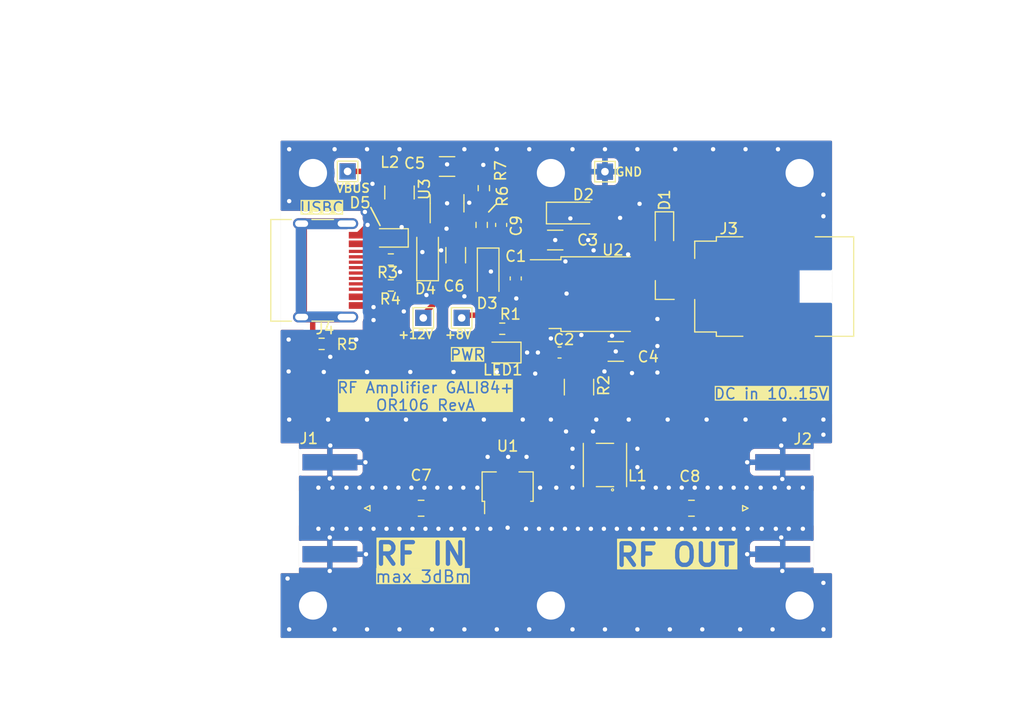
<source format=kicad_pcb>
(kicad_pcb (version 20221018) (generator pcbnew)
  (layers (0 "F.Cu" signal) (31 "B.Cu" signal) (34 "B.Paste" user) (35 "F.Paste" user) (36 "B.SilkS" user "B.Silkscreen") (37 "F.SilkS" user "F.Silkscreen") (38 "B.Mask" user) (39 "F.Mask" user) (44 "Edge.Cuts" user))
  (net 0 "")
  (net 1 "GND")
  (net 2 "+8V")
  (net 3 "Net-(D2-K)")
  (net 4 "Net-(L1-Pad3)")
  (net 5 "Net-(LED1-A)")
  (net 7 "/VBUS")
  (net 8 "+12V")
  (net 9 "Net-(U3-FB)")
  (net 10 "/+10..15V")
  (net 11 "Net-(D4-A)")
  (net 12 "Net-(J4-CC1)")
  (net 16 "Net-(J4-CC2)")
  (net 20 "Net-(J4-SHIELD)")
  (net 21 "/RFin")
  (net 22 "/Gin")
  (net 23 "/Gout")
  (net 24 "/RFout")
  (footprint "Resistor_SMD:R_0603_1608Metric" (layer "F.Cu") (at 120.5 117.4 180)
    (fp_text reference "R1" (at -0.75 1.35) (layer "F.SilkS"))
    (fp_text value "2k7")
    (pad "1" smd roundrect (at -0.825 0 180) (size 0.8 0.95) (layers "F.Cu" "F.Paste" "F.Mask") (net 2 "+8V"))
    (pad "2" smd roundrect (at 0.825 0 180) (size 0.8 0.95) (layers "F.Cu" "F.Paste" "F.Mask") (net 5 "Net-(LED1-A)"))
  )
  (footprint "Connector_Coaxial:SMA_Amphenol_132289_EdgeMount" (layer "F.Cu") (at 104.5625 134 180)
    (fp_text reference "J1" (at 1.95 6.45 180) (layer "F.SilkS"))
    (fp_text value "SMA")
    (pad "1" smd rect (at 0 0 270) (size 1.5 5.08) (layers "F.Cu" "F.Paste" "F.Mask") (net 21 "/RFin"))
    (pad "2" smd rect (at 0 -4.25 270) (size 1.5 5.08) (layers "F.Cu" "F.Paste" "F.Mask") (net 1 "GND"))
    (pad "2" smd rect (at 0 -4.25 270) (size 1.5 5.08) (layers "B.Cu" "B.Paste" "B.Mask") (net 1 "GND"))
    (pad "2" smd rect (at 0 4.25 270) (size 1.5 5.08) (layers "F.Cu" "F.Paste" "F.Mask") (net 1 "GND"))
    (pad "2" smd rect (at 0 4.25 270) (size 1.5 5.08) (layers "B.Cu" "B.Paste" "B.Mask") (net 1 "GND"))
  )
  (footprint "Diode_SMD:D_SOD-123" (layer "F.Cu") (at 119.2 112.3 -90)
    (fp_text reference "D3" (at 2.75 0.1 -180) (layer "F.SilkS"))
    (fp_text value "MBR0530")
    (pad "1" smd roundrect (at -1.65 0 270) (size 0.9 1.2) (layers "F.Cu" "F.Paste" "F.Mask") (net 3 "Net-(D2-K)"))
    (pad "2" smd roundrect (at 1.65 0 270) (size 0.9 1.2) (layers "F.Cu" "F.Paste" "F.Mask") (net 8 "+12V"))
  )
  (footprint "Capacitor_SMD:C_0603_1608Metric" (layer "F.Cu") (at 121.75 112.75 -90)
    (fp_text reference "C1" (at -2.05 0 -180) (layer "F.SilkS"))
    (fp_text value "100n")
    (pad "1" smd roundrect (at -0.775 0 270) (size 0.9 0.95) (layers "F.Cu" "F.Paste" "F.Mask") (net 3 "Net-(D2-K)"))
    (pad "2" smd roundrect (at 0.775 0 270) (size 0.9 0.95) (layers "F.Cu" "F.Paste" "F.Mask") (net 1 "GND"))
  )
  (footprint "Connector_Coaxial:SMA_Amphenol_132289_EdgeMount" (layer "F.Cu") (at 146.4375 134)
    (fp_text reference "J2" (at 1.85 -6.4 180) (layer "F.SilkS"))
    (fp_text value "SMA")
    (pad "1" smd rect (at 0 0 90) (size 1.5 5.08) (layers "F.Cu" "F.Paste" "F.Mask") (net 24 "/RFout"))
    (pad "2" smd rect (at 0 -4.25 90) (size 1.5 5.08) (layers "F.Cu" "F.Paste" "F.Mask") (net 1 "GND"))
    (pad "2" smd rect (at 0 -4.25 90) (size 1.5 5.08) (layers "B.Cu" "B.Paste" "B.Mask") (net 1 "GND"))
    (pad "2" smd rect (at 0 4.25 90) (size 1.5 5.08) (layers "F.Cu" "F.Paste" "F.Mask") (net 1 "GND"))
    (pad "2" smd rect (at 0 4.25 90) (size 1.5 5.08) (layers "B.Cu" "B.Paste" "B.Mask") (net 1 "GND"))
  )
  (footprint "LED_SMD:LED_0805_2012Metric" (layer "F.Cu") (at 120.55 119.6 180)
    (fp_text reference "LED1" (at 0 -1.6) (layer "F.SilkS"))
    (fp_text value "RED")
    (pad "1" smd roundrect (at -0.9375 0 180) (size 0.975 1.4) (layers "F.Cu" "F.Paste" "F.Mask") (net 1 "GND"))
    (pad "2" smd roundrect (at 0.9375 0 180) (size 0.975 1.4) (layers "F.Cu" "F.Paste" "F.Mask") (net 5 "Net-(LED1-A)"))
  )
  (footprint "Package_TO_SOT_SMD:TO-252-2" (layer "F.Cu") (at 129.24 114.2)
    (fp_text reference "U2" (at 1.498982 -4.084081) (layer "F.SilkS"))
    (fp_text value "78M08")
    (pad "1" smd roundrect (at -5.04 -2.28) (size 2.2 1.2) (layers "F.Cu" "F.Paste" "F.Mask") (roundrect_rratio 0.2083333333) (net 3 "Net-(D2-K)"))
    (pad "2" smd roundrect (at -0.415 -1.525) (size 3.05 2.75) (layers "F.Cu" "F.Paste") (roundrect_rratio 0.09090909091) (net 1 "GND"))
    (pad "2" smd roundrect (at -0.415 1.525) (size 3.05 2.75) (layers "F.Cu" "F.Paste") (roundrect_rratio 0.09090909091) (net 1 "GND"))
    (pad "2" smd roundrect (at 1.26 0) (size 6.4 5.8) (layers "F.Cu" "F.Mask") (roundrect_rratio 0.04310293103) (net 1 "GND"))
    (pad "2" smd roundrect (at 2.935 -1.525) (size 3.05 2.75) (layers "F.Cu" "F.Paste") (roundrect_rratio 0.09090909091) (net 1 "GND"))
    (pad "2" smd roundrect (at 2.935 1.525) (size 3.05 2.75) (layers "F.Cu" "F.Paste") (roundrect_rratio 0.09090909091) (net 1 "GND"))
    (pad "3" smd roundrect (at -5.04 2.28) (size 2.2 1.2) (layers "F.Cu" "F.Paste" "F.Mask") (roundrect_rratio 0.2083333333) (net 2 "+8V"))
  )
  (footprint "Package_TO_SOT_SMD:SOT-23-5" (layer "F.Cu") (at 115.4 105.8 90)
    (fp_text reference "U3" (at 1.3 -2.1 90) (layer "F.SilkS"))
    (fp_text value "TPS61041DBV")
    (pad "1" smd roundrect (at -1.1375 -0.95 90) (size 1.325 0.6) (layers "F.Cu" "F.Paste" "F.Mask") (net 11 "Net-(D4-A)"))
    (pad "2" smd roundrect (at -1.1375 0 90) (size 1.325 0.6) (layers "F.Cu" "F.Paste" "F.Mask") (net 1 "GND"))
    (pad "3" smd roundrect (at -1.1375 0.95 90) (size 1.325 0.6) (layers "F.Cu" "F.Paste" "F.Mask") (net 9 "Net-(U3-FB)"))
    (pad "4" smd roundrect (at 1.1375 0.95 90) (size 1.325 0.6) (layers "F.Cu" "F.Paste" "F.Mask") (net 7 "/VBUS"))
    (pad "5" smd roundrect (at 1.1375 -0.95 90) (size 1.325 0.6) (layers "F.Cu" "F.Paste" "F.Mask") (net 7 "/VBUS"))
  )
  (footprint "TestPoint:TestPoint_THTPad_1.5x1.5mm_Drill0.7mm" (layer "F.Cu") (at 116.75 116.4)
    (fp_text reference "TP3" hide)
    (fp_text value "+8V" (at -0.31938 1.533613) (layer "F.SilkS" knockout) (effects (font (size 0.8 0.8))))
    (pad "1" thru_hole rect (at 0 0) (size 1.5 1.5) (drill 0.7) (layers "*.Cu" "*.Mask") (net 2 "+8V"))
  )
  (footprint "Resistor_SMD:R_1210_3225Metric" (layer "F.Cu") (at 127.6 122.8 90)
    (fp_text reference "R2" (at 0.155444 2.284156 90) (layer "F.SilkS"))
    (fp_text value "22R 0.75W")
    (pad "1" smd roundrect (at -1.4625 0 90) (size 1.125 2.65) (layers "F.Cu" "F.Paste" "F.Mask") (roundrect_rratio 0.2222222222) (net 4 "Net-(L1-Pad3)"))
    (pad "2" smd roundrect (at 1.4625 0 90) (size 1.125 2.65) (layers "F.Cu" "F.Paste" "F.Mask") (roundrect_rratio 0.2222222222) (net 2 "+8V"))
  )
  (footprint "Capacitor_SMD:C_0603_1608Metric" (layer "F.Cu") (at 120.4 107.8 90)
    (fp_text reference "C9" (at -0.082541 1.391702 90) (layer "F.SilkS"))
    (fp_text value "4.7p")
    (pad "1" smd roundrect (at -0.775 0 90) (size 0.9 0.95) (layers "F.Cu" "F.Paste" "F.Mask") (net 8 "+12V"))
    (pad "2" smd roundrect (at 0.775 0 90) (size 0.9 0.95) (layers "F.Cu" "F.Paste" "F.Mask") (net 9 "Net-(U3-FB)"))
  )
  (footprint "Resistor_SMD:R_0603_1608Metric" (layer "F.Cu") (at 110.2 113.4)
    (fp_text reference "R4" (at -0.05 1.25) (layer "F.SilkS"))
    (fp_text value "5k1")
    (pad "1" smd roundrect (at -0.825 0) (size 0.8 0.95) (layers "F.Cu" "F.Paste" "F.Mask") (net 16 "Net-(J4-CC2)"))
    (pad "2" smd roundrect (at 0.825 0) (size 0.8 0.95) (layers "F.Cu" "F.Paste" "F.Mask") (net 1 "GND"))
  )
  (footprint "Package_TO_SOT_SMD:SOT-89-3" (layer "F.Cu") (at 121 132 90)
    (fp_text reference "U1" (at 3.75 0 180) (layer "F.SilkS"))
    (fp_text value "GALI-84")
    (pad "1" smd rect (at -1.95 -1.5 90) (size 1.3 0.9) (layers "F.Cu" "F.Paste" "F.Mask") (net 22 "/Gin"))
    (pad "2" smd custom (at -1.8625 0 90) (size 1.475 0.9) (layers "F.Cu" "F.Paste" "F.Mask") (net 1 "GND") (options (clearance outline) (anchor rect)) (primitives (gr_poly (pts (xy 3.8625 0.8665) (xy 0.7375 0.8665) (xy 0.7375 -0.8665) (xy 3.8625 -0.8665)) (width 0) (fill yes))))
    (pad "3" smd rect (at -1.95 1.5 90) (size 1.3 0.9) (layers "F.Cu" "F.Paste" "F.Mask") (net 23 "/Gout"))
  )
  (footprint "Resistor_SMD:R_0603_1608Metric" (layer "F.Cu") (at 103.8 118.8)
    (fp_text reference "R5" (at 2.35 0.05) (layer "F.SilkS"))
    (fp_text value "1M")
    (pad "1" smd roundrect (at -0.825 0) (size 0.8 0.95) (layers "F.Cu" "F.Paste" "F.Mask") (net 20 "Net-(J4-SHIELD)"))
    (pad "2" smd roundrect (at 0.825 0) (size 0.8 0.95) (layers "F.Cu" "F.Paste" "F.Mask") (net 1 "GND"))
  )
  (footprint "TestPoint:TestPoint_THTPad_1.5x1.5mm_Drill0.7mm" (layer "F.Cu") (at 106.2 102.85)
    (fp_text reference "TP2" hide)
    (fp_text value "VBUS" (at 0.5 1.55) (layer "F.SilkS" knockout) (effects (font (size 0.8 0.8))))
    (pad "1" thru_hole rect (at 0 0) (size 1.5 1.5) (drill 0.7) (layers "*.Cu" "*.Mask") (net 7 "/VBUS"))
  )
  (footprint "Connector_USB:USB_C_Receptacle_HRO_TYPE-C-31-M-12" (layer "F.Cu") (at 103 112 -90)
    (fp_text reference "J4" (at 5.4 -1.1 -180) (layer "F.SilkS"))
    (fp_text value "TYPE-C-31-M-12")
    (pad "" np_thru_hole circle (at -2.89 -2.6 270) (size 0.65 0.65) (drill 0.65) (layers "*.Cu" "*.Mask"))
    (pad "" np_thru_hole circle (at 2.89 -2.6 270) (size 0.65 0.65) (drill 0.65) (layers "*.Cu" "*.Mask"))
    (pad "A1" smd rect (at -3.25 -4.045 270) (size 0.6 1.45) (layers "F.Cu" "F.Paste" "F.Mask") (net 1 "GND"))
    (pad "A4" smd rect (at -2.45 -4.045 270) (size 0.6 1.45) (layers "F.Cu" "F.Paste" "F.Mask") (net 7 "/VBUS"))
    (pad "A5" smd rect (at -1.25 -4.045 270) (size 0.3 1.45) (layers "F.Cu" "F.Paste" "F.Mask") (net 12 "Net-(J4-CC1)"))
    (pad "A6" smd rect (at -0.25 -4.045 270) (size 0.3 1.45) (layers "F.Cu" "F.Paste" "F.Mask"))
    (pad "A7" smd rect (at 0.25 -4.045 270) (size 0.3 1.45) (layers "F.Cu" "F.Paste" "F.Mask"))
    (pad "A8" smd rect (at 1.25 -4.045 270) (size 0.3 1.45) (layers "F.Cu" "F.Paste" "F.Mask"))
    (pad "A9" smd rect (at 2.45 -4.045 270) (size 0.6 1.45) (layers "F.Cu" "F.Paste" "F.Mask") (net 7 "/VBUS"))
    (pad "A12" smd rect (at 3.25 -4.045 270) (size 0.6 1.45) (layers "F.Cu" "F.Paste" "F.Mask") (net 1 "GND"))
    (pad "B1" smd rect (at 3.25 -4.045 270) (size 0.6 1.45) (layers "F.Cu" "F.Paste" "F.Mask") (net 1 "GND"))
    (pad "B4" smd rect (at 2.45 -4.045 270) (size 0.6 1.45) (layers "F.Cu" "F.Paste" "F.Mask") (net 7 "/VBUS"))
    (pad "B5" smd rect (at 1.75 -4.045 270) (size 0.3 1.45) (layers "F.Cu" "F.Paste" "F.Mask") (net 16 "Net-(J4-CC2)"))
    (pad "B6" smd rect (at 0.75 -4.045 270) (size 0.3 1.45) (layers "F.Cu" "F.Paste" "F.Mask"))
    (pad "B7" smd rect (at -0.75 -4.045 270) (size 0.3 1.45) (layers "F.Cu" "F.Paste" "F.Mask"))
    (pad "B8" smd rect (at -1.75 -4.045 270) (size 0.3 1.45) (layers "F.Cu" "F.Paste" "F.Mask"))
    (pad "B9" smd rect (at -2.45 -4.045 270) (size 0.6 1.45) (layers "F.Cu" "F.Paste" "F.Mask") (net 7 "/VBUS"))
    (pad "B12" smd rect (at -3.25 -4.045 270) (size 0.6 1.45) (layers "F.Cu" "F.Paste" "F.Mask") (net 1 "GND"))
    (pad "S1" thru_hole oval (at -4.32 -3.13 270) (size 1 2.1) (drill oval 0.6 1.7) (layers "*.Cu" "*.Mask") (net 20 "Net-(J4-SHIELD)"))
    (pad "S1" thru_hole oval (at -4.32 1.05 270) (size 1 1.6) (drill oval 0.6 1.2) (layers "*.Cu" "*.Mask") (net 20 "Net-(J4-SHIELD)"))
    (pad "S1" thru_hole oval (at 4.32 -3.13 270) (size 1 2.1) (drill oval 0.6 1.7) (layers "*.Cu" "*.Mask") (net 20 "Net-(J4-SHIELD)"))
    (pad "S1" thru_hole oval (at 4.32 1.05 270) (size 1 1.6) (drill oval 0.6 1.2) (layers "*.Cu" "*.Mask") (net 20 "Net-(J4-SHIELD)"))
  )
  (footprint "Resistor_SMD:R_0603_1608Metric" (layer "F.Cu") (at 118.6 107.8 90)
    (fp_text reference "R6" (at 2.65 1.9 90) (layer "F.SilkS"))
    (fp_text value "1.8M")
    (pad "1" smd roundrect (at -0.825 0 90) (size 0.8 0.95) (layers "F.Cu" "F.Paste" "F.Mask") (net 8 "+12V"))
    (pad "2" smd roundrect (at 0.825 0 90) (size 0.8 0.95) (layers "F.Cu" "F.Paste" "F.Mask") (net 9 "Net-(U3-FB)"))
  )
  (footprint "Capacitor_SMD:C_1206_3216Metric" (layer "F.Cu") (at 125.4 109.2)
    (fp_text reference "C3" (at 3 0) (layer "F.SilkS"))
    (fp_text value "10u")
    (pad "1" smd roundrect (at -1.475 0) (size 1.15 1.8) (layers "F.Cu" "F.Paste" "F.Mask") (roundrect_rratio 0.2173913043) (net 3 "Net-(D2-K)"))
    (pad "2" smd roundrect (at 1.475 0) (size 1.15 1.8) (layers "F.Cu" "F.Paste" "F.Mask") (roundrect_rratio 0.2173913043) (net 1 "GND"))
  )
  (footprint "Capacitor_SMD:C_0603_1608Metric" (layer "F.Cu") (at 125.8 119.6 180)
    (fp_text reference "C2" (at -0.4 1.2) (layer "F.SilkS"))
    (fp_text value "100n")
    (pad "1" smd roundrect (at -0.775 0 180) (size 0.9 0.95) (layers "F.Cu" "F.Paste" "F.Mask") (net 2 "+8V"))
    (pad "2" smd roundrect (at 0.775 0 180) (size 0.9 0.95) (layers "F.Cu" "F.Paste" "F.Mask") (net 1 "GND"))
  )
  (footprint "TCCH-80+:TCCH-80+" (layer "F.Cu") (at 130 130 180)
    (fp_text reference "L1" (at -3 -1) (layer "F.SilkS"))
    (fp_text value "TCCH-80+")
    (pad "1" smd roundrect (at -1.27 -1.4 180) (size 0.76 1.27) (layers "F.Cu" "F.Paste" "F.Mask") (roundrect_rratio 0.05) (net 23 "/Gout"))
    (pad "2" smd roundrect (at 1.27 -1.4 180) (size 0.76 1.27) (layers "F.Cu" "F.Paste" "F.Mask") (roundrect_rratio 0.05))
    (pad "3" smd roundrect (at 1.27 1.4 180) (size 0.76 1.27) (layers "F.Cu" "F.Paste" "F.Mask") (roundrect_rratio 0.05) (net 4 "Net-(L1-Pad3)"))
    (pad "4" smd roundrect (at -1.27 1.4 180) (size 0.76 1.27) (layers "F.Cu" "F.Paste" "F.Mask") (roundrect_rratio 0.05))
    (zone (net 0) (net_name "") (layer "F.Cu") (connect_pads (clearance 0)) (min_thickness 0.25)
      (keepout (tracks not_allowed) (vias not_allowed) (pads not_allowed) (copperpour not_allowed) (footprints allowed))
      (fill (thermal_gap 0.5) (thermal_bridge_width 0.5))
      (polygon (pts (xy 130.8 130.7) (xy 131.8 130.7) (xy 131.8 129.3) (xy 130.8 129.3) (xy 130.8 127.9) (xy 129.2 127.9) (xy 129.2 129.3) (xy 128.2 129.3) (xy 128.2 130.7) (xy 129.2 130.7) (xy 129.2 132.1) (xy 130.8 132.1)))
    )
  )
  (footprint "Diode_SMD:D_SOD-323" (layer "F.Cu") (at 135.5 108.2 -90)
    (fp_text reference "D1" (at -2.7 0 -90) (layer "F.SilkS"))
    (fp_text value "15V ESD")
    (pad "1" smd roundrect (at -1.05 0 270) (size 0.6 0.45) (layers "F.Cu" "F.Paste" "F.Mask") (net 1 "GND"))
    (pad "2" smd roundrect (at 1.05 0 270) (size 0.6 0.45) (layers "F.Cu" "F.Paste" "F.Mask") (net 10 "/+10..15V"))
  )
  (footprint "Capacitor_SMD:C_0805_2012Metric" (layer "F.Cu") (at 138 134)
    (fp_text reference "C8" (at -0.15 -2.95) (layer "F.SilkS"))
    (fp_text value "2400p")
    (pad "1" smd roundrect (at -0.95 0) (size 1 1.45) (layers "F.Cu" "F.Paste" "F.Mask") (net 23 "/Gout"))
    (pad "2" smd roundrect (at 0.95 0) (size 1 1.45) (layers "F.Cu" "F.Paste" "F.Mask") (net 24 "/RFout"))
  )
  (footprint "Capacitor_SMD:C_1206_3216Metric" (layer "F.Cu") (at 131 119.5)
    (fp_text reference "C4" (at 3 0.5) (layer "F.SilkS"))
    (fp_text value "10u")
    (pad "1" smd roundrect (at -1.475 0) (size 1.15 1.8) (layers "F.Cu" "F.Paste" "F.Mask") (roundrect_rratio 0.2173913043) (net 2 "+8V"))
    (pad "2" smd roundrect (at 1.475 0) (size 1.15 1.8) (layers "F.Cu" "F.Paste" "F.Mask") (roundrect_rratio 0.2173913043) (net 1 "GND"))
  )
  (footprint "Resistor_SMD:R_0603_1608Metric" (layer "F.Cu") (at 110.2 111)
    (fp_text reference "R3" (at -0.3 1.2) (layer "F.SilkS"))
    (fp_text value "5k1")
    (pad "1" smd roundrect (at -0.825 0) (size 0.8 0.95) (layers "F.Cu" "F.Paste" "F.Mask") (net 12 "Net-(J4-CC1)"))
    (pad "2" smd roundrect (at 0.825 0) (size 0.8 0.95) (layers "F.Cu" "F.Paste" "F.Mask") (net 1 "GND"))
  )
  (footprint "Connector_BarrelJack:BarrelJack_CUI_PJ-036AH-SMT_Horizontal" (layer "F.Cu") (at 142.9 113.5 90)
    (fp_text reference "J3" (at 5.35 -1.45 180) (layer "F.SilkS"))
    (fp_text value "PJ-036AH")
    (pad "" np_thru_hole circle (at 0 7 90) (size 2 2) (drill 2) (layers "F&B.Cu" "*.Mask"))
    (pad "1" smd rect (at 0.7 -5.8 90) (size 3.3 4.4) (layers "F.Cu" "F.Paste" "F.Mask") (net 10 "/+10..15V"))
    (pad "2" smd rect (at -6.45 3.2 90) (size 3.9 6.2) (layers "F.Cu" "F.Paste" "F.Mask"))
    (pad "3" smd rect (at 6.45 3.2 90) (size 3.9 6.2) (layers "F.Cu" "F.Paste" "F.Mask") (net 1 "GND"))
  )
  (footprint "Resistor_SMD:R_0603_1608Metric" (layer "F.Cu") (at 118.8 104.4 90)
    (fp_text reference "R7" (at 1.6 1.55 90) (layer "F.SilkS"))
    (fp_text value "205k")
    (pad "1" smd roundrect (at -0.825 0 90) (size 0.8 0.95) (layers "F.Cu" "F.Paste" "F.Mask") (net 9 "Net-(U3-FB)"))
    (pad "2" smd roundrect (at 0.825 0 90) (size 0.8 0.95) (layers "F.Cu" "F.Paste" "F.Mask") (net 1 "GND"))
  )
  (footprint "Inductor_SMD:L_1210_3225Metric_Pad1.42x2.65mm_HandSolder" (layer "F.Cu") (at 111 104.8 -90)
    (fp_text reference "L2" (at -2.8 0.9 -180) (layer "F.SilkS"))
    (fp_text value "6.8uH")
    (pad "1" smd roundrect (at -1.4875 0 270) (size 1.425 2.65) (layers "F.Cu" "F.Paste" "F.Mask") (roundrect_rratio 0.1754392982) (net 7 "/VBUS"))
    (pad "2" smd roundrect (at 1.4875 0 270) (size 1.425 2.65) (layers "F.Cu" "F.Paste" "F.Mask") (roundrect_rratio 0.1754392982) (net 11 "Net-(D4-A)"))
  )
  (footprint "Diode_SMD:D_SOD-323" (layer "F.Cu") (at 110.2 109 180)
    (fp_text reference "D5" (at 2.85 3.25) (layer "F.SilkS"))
    (fp_text value "5V ESD")
    (pad "1" smd roundrect (at -1.05 0 180) (size 0.6 0.45) (layers "F.Cu" "F.Paste" "F.Mask") (net 1 "GND"))
    (pad "2" smd roundrect (at 1.05 0 180) (size 0.6 0.45) (layers "F.Cu" "F.Paste" "F.Mask") (net 7 "/VBUS"))
  )
  (footprint "Capacitor_SMD:C_1206_3216Metric" (layer "F.Cu") (at 115.4 102.4)
    (fp_text reference "C5" (at -3 -0.3) (layer "F.SilkS"))
    (fp_text value "10u")
    (pad "1" smd roundrect (at -1.475 0) (size 1.15 1.8) (layers "F.Cu" "F.Paste" "F.Mask") (roundrect_rratio 0.2173913043) (net 7 "/VBUS"))
    (pad "2" smd roundrect (at 1.475 0) (size 1.15 1.8) (layers "F.Cu" "F.Paste" "F.Mask") (roundrect_rratio 0.2173913043) (net 1 "GND"))
  )
  (footprint "Capacitor_SMD:C_1206_3216Metric" (layer "F.Cu") (at 116.2 110.6 90)
    (fp_text reference "C6" (at -2.85 -0.15 180) (layer "F.SilkS"))
    (fp_text value "10u")
    (pad "1" smd roundrect (at -1.475 0 90) (size 1.15 1.8) (layers "F.Cu" "F.Paste" "F.Mask") (roundrect_rratio 0.2173913043) (net 8 "+12V"))
    (pad "2" smd roundrect (at 1.475 0 90) (size 1.15 1.8) (layers "F.Cu" "F.Paste" "F.Mask") (roundrect_rratio 0.2173913043) (net 1 "GND"))
  )
  (footprint "Diode_SMD:D_SOD-123" (layer "F.Cu") (at 126.95 106.7)
    (fp_text reference "D2" (at 1.05 -1.7) (layer "F.SilkS"))
    (fp_text value "MBR0530")
    (pad "1" smd roundrect (at -1.65 0) (size 0.9 1.2) (layers "F.Cu" "F.Paste" "F.Mask") (net 3 "Net-(D2-K)"))
    (pad "2" smd roundrect (at 1.65 0) (size 0.9 1.2) (layers "F.Cu" "F.Paste" "F.Mask") (net 10 "/+10..15V"))
  )
  (footprint "Capacitor_SMD:C_0805_2012Metric" (layer "F.Cu") (at 113 134)
    (fp_text reference "C7" (at 0 -3.05) (layer "F.SilkS"))
    (fp_text value "2400p")
    (pad "1" smd roundrect (at -0.95 0) (size 1 1.45) (layers "F.Cu" "F.Paste" "F.Mask") (net 21 "/RFin"))
    (pad "2" smd roundrect (at 0.95 0) (size 1 1.45) (layers "F.Cu" "F.Paste" "F.Mask") (net 22 "/Gin"))
  )
  (footprint "TestPoint:TestPoint_THTPad_1.5x1.5mm_Drill0.7mm" (layer "F.Cu") (at 130 102.875)
    (fp_text reference "TP4" hide)
    (fp_text value "GND" (at 2.2 0.025) (layer "F.SilkS" knockout) (effects (font (size 0.8 0.8))))
    (pad "1" thru_hole rect (at 0 0) (size 1.5 1.5) (drill 0.7) (layers "*.Cu" "*.Mask") (net 1 "GND"))
  )
  (footprint "TestPoint:TestPoint_THTPad_1.5x1.5mm_Drill0.7mm" (layer "F.Cu") (at 113.2 116.4)
    (fp_text reference "TP1" hide)
    (fp_text value "+12V" (at -0.70315 1.533613) (layer "F.SilkS" knockout) (effects (font (size 0.8 0.8))))
    (pad "1" thru_hole rect (at 0 0) (size 1.5 1.5) (drill 0.7) (layers "*.Cu" "*.Mask") (net 8 "+12V"))
  )
  (footprint "Diode_SMD:D_SOD-123" (layer "F.Cu") (at 113.6 110.6 90)
    (fp_text reference "D4" (at -3.1 -0.2 180) (layer "F.SilkS"))
    (fp_text value "MBR0530")
    (pad "1" smd roundrect (at -1.65 0 90) (size 0.9 1.2) (layers "F.Cu" "F.Paste" "F.Mask") (net 8 "+12V"))
    (pad "2" smd roundrect (at 1.65 0 90) (size 0.9 1.2) (layers "F.Cu" "F.Paste" "F.Mask") (net 11 "Net-(D4-A)"))
  )
  (gr_line (start 119.85 105.95) (end 119.25 106.6) (stroke (width 0.15)) (layer "F.SilkS"))
  (gr_line (start 108.35 106.2) (end 109.2 107.85) (stroke (width 0.15)) (layer "F.SilkS"))
  (gr_line (start 151 146) (end 100 146) (stroke (width 0.01)) (layer "Edge.Cuts"))
  (gr_line (start 100 128) (end 100 100) (stroke (width 0.01)) (layer "Edge.Cuts"))
  (gr_line (start 101.7 140) (end 100 140) (stroke (width 0.01)) (layer "Edge.Cuts"))
  (gr_line (start 149.3 128) (end 149.3 140) (stroke (width 0.01)) (layer "Edge.Cuts"))
  (gr_line (start 151 140) (end 151 146) (stroke (width 0.01)) (layer "Edge.Cuts"))
  (gr_line (start 100 100) (end 151 100) (stroke (width 0.01)) (layer "Edge.Cuts"))
  (gr_line (start 149.3 128) (end 151 128) (stroke (width 0.01)) (layer "Edge.Cuts"))
  (gr_line (start 151 100) (end 151 128) (stroke (width 0.01)) (layer "Edge.Cuts"))
  (gr_line (start 100 140) (end 100 146) (stroke (width 0.01)) (layer "Edge.Cuts"))
  (gr_line (start 100 128) (end 101.7 128) (stroke (width 0.01)) (layer "Edge.Cuts"))
  (gr_line (start 101.7 128) (end 101.7 140) (stroke (width 0.01)) (layer "Edge.Cuts"))
  (gr_line (start 149.3 140) (end 151 140) (stroke (width 0.01)) (layer "Edge.Cuts"))
  (gr_text "RF IN" (at 108.55 139.4) (layer "F.SilkS" knockout) (effects (font (size 2 2) (thickness 0.4) bold) (justify left bottom)))
  (gr_text "DC in 10..15V" (at 140 124) (layer "F.SilkS" knockout) (effects (font (size 1 1)) (justify left bottom)))
  (gr_text "RF Amplifier GALI84+\nOR106 RevA" (at 113.4 125.05) (layer "F.SilkS" knockout) (effects (font (size 1 1)) (justify bottom)))
  (gr_text "RF OUT" (at 130.8 139.5) (layer "F.SilkS" knockout) (effects (font (size 2 2) (thickness 0.4) bold) (justify left bottom)))
  (gr_text "USBC" (at 101.7 106.8) (layer "F.SilkS" knockout) (effects (font (size 1 1)) (justify left bottom)))
  (gr_text "max 3dBm" (at 108.680764 140.967035) (layer "F.SilkS" knockout) (effects (font (size 1.1 1.1)) (justify left bottom)))
  (gr_text "PWR" (at 115.6 120.4) (layer "F.SilkS" knockout) (effects (font (size 1 1)) (justify left bottom)))
  (segment (start 115.4 106.9375) (end 115.4 108.325) (width 0.5) (layer "F.Cu") (net 1))
  (segment (start 112.144608 109.218458) (end 113.144608 110.218458) (width 0.3) (layer "F.Cu") (net 1))
  (segment (start 115.4125 105.8125) (end 115.4125 105.9) (width 0.3) (layer "F.Cu") (net 1))
  (segment (start 121 134.4) (end 121 135.8) (width 0.8) (layer "F.Cu") (net 1))
  (segment (start 114.8 110.2) (end 115.8 109.2) (width 0.3) (layer "F.Cu") (net 1))
  (segment (start 115.4 108.325) (end 116.2 109.125) (width 0.5) (layer "F.Cu") (net 1))
  (segment (start 127.057717 110.693982) (end 127.657717 110.693982) (width 0.3) (layer "F.Cu") (net 1))
  (segment (start 115.425 105.825) (end 115.4125 105.8125) (width 0.3) (layer "F.Cu") (net 1))
  (segment (start 133.2 105.85) (end 133.2 107.15) (width 0.8) (layer "F.Cu") (net 1))
  (segment (start 117.5125 105.825) (end 115.425 105.825) (width 0.3) (layer "F.Cu") (net 1))
  (segment (start 107.1 108.8) (end 108.15 107.75) (width 0.5) (layer "F.Cu") (net 1))
  (segment (start 133.6 107.15) (end 131.4 107.15) (width 0.8) (layer "F.Cu") (net 1))
  (segment (start 115.4 105.80625) (end 115.4 107.19375) (width 0.5) (layer "F.Cu") (net 1))
  (segment (start 125 119.9) (end 125 126.6) (width 1.6) (layer "F.Cu") (net 1))
  (segment (start 136.85 107.15) (end 133.6 107.15) (width 0.8) (layer "F.Cu") (net 1))
  (segment (start 107.4 115.25) (end 108.7 115.25) (width 0.5) (layer "F.Cu") (net 1))
  (segment (start 138.45 105.55) (end 136.85 107.15) (width 0.8) (layer "F.Cu") (net 1))
  (segment (start 117.5875 105.9) (end 117.5125 105.825) (width 0.3) (layer "F.Cu") (net 1))
  (segment (start 147.2 105.55) (end 138.45 105.55) (width 0.8) (layer "F.Cu") (net 1))
  (via (at 130.65 118.05) (size 0.8) (drill 0.4) (layers "F.Cu" "B.Cu") (net 1))
  (via (at 131.4 107.15) (size 0.8) (drill 0.4) (layers "F.Cu" "B.Cu") (net 1))
  (via (at 126.3 135.9) (size 0.8) (drill 0.4) (layers "F.Cu" "B.Cu") (net 1))
  (via (at 150.2 145.2) (size 0.8) (drill 0.4) (layers "F.Cu" "B.Cu") (net 1))
  (via (at 120 145.2) (size 0.8) (drill 0.4) (layers "F.Cu" "B.Cu") (net 1))
  (via (at 127 128.5) (size 0.8) (drill 0.4) (layers "F.Cu" "B.Cu") (net 1))
  (via (at 105 100.8) (size 0.8) (drill 0.4) (layers "F.Cu" "B.Cu") (net 1))
  (via (at 104.8 132.1) (size 0.8) (drill 0.4) (layers "F.Cu" "B.Cu") (net 1))
  (via (at 115.7 132.1) (size 0.8) (drill 0.4) (layers "F.Cu" "B.Cu") (net 1))
  (via (at 116 121.4) (size 0.8) (drill 0.4) (layers "F.Cu" "B.Cu") (net 1))
  (via (at 128.45 109.2) (size 0.8) (drill 0.4) (layers "F.Cu" "B.Cu") (net 1))
  (via (at 125 118.3) (size 0.8) (drill 0.4) (layers "F.Cu" "B.Cu") (net 1))
  (via (at 143 100.8) (size 0.8) (drill 0.4) (layers "F.Cu" "B.Cu") (net 1))
  (via (at 122.75 129.25) (size 0.8) (drill 0.4) (layers "F.Cu" "B.Cu") (net 1))
  (via (at 111.4 115.8) (size 0.8) (drill 0.4) (layers "F.Cu" "B.Cu") (net 1))
  (via (at 145.8 135.9) (size 0.8) (drill 0.4) (layers "F.Cu" "B.Cu") (net 1))
  (via (at 104.55 139.8) (size 0.8) (drill 0.4) (layers "F.Cu" "B.Cu") (net 1))
  (via (at 124 132.1) (size 0.8) (drill 0.4) (layers "F.Cu" "B.Cu") (net 1))
  (via (at 143.15 138.25) (size 0.8) (drill 0.4) (layers "F.Cu" "B.Cu") (net 1))
  (via (at 138.3 132.1) (size 0.8) (drill 0.4) (layers "F.Cu" "B.Cu") (net 1))
  (via (at 107.85 129.75) (size 0.8) (drill 0.4) (layers "F.Cu" "B.Cu") (net 1))
  (via (at 125.4 109.2) (size 0.8) (drill 0.4) (layers "F.Cu" "B.Cu") (net 1))
  (via (at 113.115586 110.310978) (size 0.8) (drill 0.4) (layers "F.Cu" "B.Cu") (net 1))
  (via (at 100.75 118.4) (size 0.8) (drill 0.4) (layers "F.Cu" "B.Cu") (net 1))
  (via (at 116.9 132.1) (size 0.8) (drill 0.4) (layers "F.Cu" "B.Cu") (net 1))
  (via (at 111.2 108) (size 0.8) (drill 0.4) (layers "F.Cu" "B.Cu") (net 1))
  (via (at 114.85 110.15) (size 0.8) (drill 0.4) (layers "F.Cu" "B.Cu") (net 1))
  (via (at 111.6 125.8) (size 0.8) (drill 0.4) (layers "F.Cu" "B.Cu") (net 1))
  (via (at 108.6 115.4) (size 0.8) (drill 0.4) (layers "F.Cu" "B.Cu") (net 1))
  (via (at 134.85 119) (size 0.8) (drill 0.4) (layers "F.Cu" "B.Cu") (net 1))
  (via (at 147 132.1) (size 0.8) (drill 0.4) (layers "F.Cu" "B.Cu") (net 1))
  (via (at 147 135.9) (size 0.8) (drill 0.4) (layers "F.Cu" "B.Cu") (net 1))
  (via (at 139.4 125.8) (size 0.8) (drill 0.4) (layers "F.Cu" "B.Cu") (net 1))
  (via (at 127 130.2) (size 0.8) (drill 0.4) (layers "F.Cu" "B.Cu") (net 1))
  (via (at 108.6 116.6) (size 0.8) (drill 0.4) (layers "F.Cu" "B.Cu") (net 1))
  (via (at 133.5 135.9) (size 0.8) (drill 0.4) (layers "F.Cu" "B.Cu") (net 1))
  (via (at 133 145.2) (size 0.8) (drill 0.4) (layers "F.Cu" "B.Cu") (net 1))
  (via (at 121 135.8) (size 0.8) (drill 0.4) (layers "F.Cu" "B.Cu") (net 1))
  (via (at 121.05 129.25) (size 0.8) (drill 0.4) (layers "F.Cu" "B.Cu") (net 1))
  (via (at 126.34263 111.177702) (size 0.8) (drill 0.4) (layers "F.Cu" "B.Cu") (net 1))
  (via (at 113.490547 114.285467) (size 0.8) (drill 0.4) (layers "F.Cu" "B.Cu") (net 1))
  (via (at 146.3 128.2) (size 0.8) (drill 0.4) (layers "F.Cu" "B.Cu") (net 1))
  (via (at 132.3 135.9) (size 0.8) (drill 0.4) (layers "F.Cu" "B.Cu") (net 1))
  (via (at 117 145.2) (size 0.8) (drill 0.4) (layers "F.Cu" "B.Cu") (net 1))
  (via (at 134.85 116.5) (size 0.8) (drill 0.4) (layers "F.Cu" "B.Cu") (net 1))
  (via (at 143.15 129.75) (size 0.8) (drill 0.4) (layers "F.Cu" "B.Cu") (net 1))
  (via (at 104.55 136.7) (size 0.8) (drill 0.4) (layers "F.Cu" "B.Cu") (net 1))
  (via (at 150.2 105) (size 0.8) (drill 0.4) (layers "F.Cu" "B.Cu") (net 1))
  (via (at 109.8 135.9) (size 0.8) (drill 0.4) (layers "F.Cu" "B.Cu") (net 1))
  (via (at 108.5 104) (size 0.8) (drill 0.4) (layers "F.Cu" "B.Cu") (net 1))
  (via (at 118.2 135.9) (size 0.8) (drill 0.4) (layers "F.Cu" "B.Cu") (net 1))
  (via (at 111.05 112.15) (size 0.8) (drill 0.4) (layers "F.Cu" "B.Cu") (net 1))
  (via (at 115.35 108.15) (size 0.8) (drill 0.4) (layers "F.Cu" "B.Cu") (net 1))
  (via (at 111 145.2) (size 0.8) (drill 0.4) (layers "F.Cu" "B.Cu") (net 1))
  (via (at 111 135.9) (size 0.8) (drill 0.4) (layers "F.Cu" "B.Cu") (net 1))
  (via (at 146.6 125.8) (size 0.8) (drill 0.4) (layers "F.Cu" "B.Cu") (net 1))
  (via (at 104 121.4) (size 0.8) (drill 0.4) (layers "F.Cu" "B.Cu") (net 1))
  (via (at 119.15 129.25) (size 0.8) (drill 0.4) (layers "F.Cu" "B.Cu") (net 1))
  (via (at 148 143) (size 4) (drill 2.6) (layers "F.Cu" "B.Cu") (net 1))
  (via (at 141.9 132.1) (size 0.8) (drill 0.4) (layers "F.Cu" "B.Cu") (net 1))
  (via (at 138.3 135.9) (size 0.8) (drill 0.4) (layers "F.Cu" "B.Cu") (net 1))
  (via (at 117.45 105.75) (size 0.8) (drill 0.4) (layers "F.Cu" "B.Cu") (net 1))
  (via (at 137.1 132.1) (size 0.8) (drill 0.4) (layers "F.Cu" "B.Cu") (net 1))
  (via (at 133.2 105.85) (size 0.8) (drill 0.4) (layers "F.Cu" "B.Cu") (net 1))
  (via (at 136 145.2) (size 0.8) (drill 0.4) (layers "F.Cu" "B.Cu") (net 1))
  (via (at 134.7 135.9) (size 0.8) (drill 0.4) (layers "F.Cu" "B.Cu") (net 1))
  (via (at 107.4 135.9) (size 0.8) (drill 0.4) (layers "F.Cu" "B.Cu") (net 1))
  (via (at 115.4 105.8) (size 0.8) (drill 0.4) (layers "F.Cu" "B.Cu") (net 1))
  (via (at 104.4 125.8) (size 0.8) (drill 0.4) (layers "F.Cu" "B.Cu") (net 1))
  (via (at 140.7 132.1) (size 0.8) (drill 0.4) (layers "F.Cu" "B.Cu") (net 1))
  (via (at 122.7 135.9) (size 0.8) (drill 0.4) (layers "F.Cu" "B.Cu") (net 1))
  (via (at 145.7 132.1) (size 0.8) (drill 0.4) (layers "F.Cu" "B.Cu") (net 1))
  (via (at 125.1 135.9) (size 0.8) (drill 0.4) (layers "F.Cu" "B.Cu") (net 1))
  (via (at 140 100.8) (size 0.8) (drill 0.4) (layers "F.Cu" "B.Cu") (net 1))
  (via (at 111 100.8) (size 0.8) (drill 0.4) (layers "F.Cu" "B.Cu") (net 1))
  (via (at 119.453434 112.111151) (size 0.8) (drill 0.4) (layers "F.Cu" "B.Cu") (net 1))
  (via (at 135.9 135.9) (size 0.8) (drill 0.4) (layers "F.Cu" "B.Cu") (net 1))
  (via (at 104.6 128.2) (size 0.8) (drill 0.4) (layers "F.Cu" "B.Cu") (net 1))
  (via (at 133.5 132.1) (size 0.8) (drill 0.4) (layers "F.Cu" "B.Cu") (net 1))
  (via (at 145.5 145.2) (size 0.8) (drill 0.4) (layers "F.Cu" "B.Cu") (net 1))
  (via (at 106.1 132.1) (size 0.8) (drill 0.4) (layers "F.Cu" "B.Cu") (net 1))
  (via (at 126.8 107.2) (size 0.8) (drill 0.4) (layers "F.Cu" "B.Cu") (net 1))
  (via (at 130 145.2) (size 0.8) (drill 0.4) (layers "F.Cu" "B.Cu") (net 1))
  (via (at 125 143) (size 4) (drill 2.6) (layers "F.Cu" "B.Cu") (net 1))
  (via (at 123.9 135.9) (size 0.8) (drill 0.4) (layers "F.Cu" "B.Cu") (net 1))
  (via (at 125.5 132.1) (size 0.8) (drill 0.4) (layers "F.Cu" "B.Cu") (net 1))
  (via (at 150.2 107) (size 0.8) (drill 0.4) (layers "F.Cu" "B.Cu") (net 1))
  (via (at 114.5 132.1) (size 0.8) (drill 0.4) (layers "F.Cu" "B.Cu") (net 1))
  (via (at 142.5 145.2) (size 0.8) (drill 0.4) (layers "F.Cu" "B.Cu") (net 1))
  (via (at 107.8 106.6) (size 0.8) (drill 0.4) (layers "F.Cu" "B.Cu") (net 1))
  (via (at 103.5 135.9) (size 0.8) (drill 0.4) (layers "F.Cu" "B.Cu") (net 1))
  (via (at 127 132.1) (size 0.8) (drill 0.4) (layers "F.Cu" "B.Cu") (net 1))
  (via (at 132.5 121.5) (size 0.8) (drill 0.4) (layers "F.Cu" "B.Cu") (net 1))
  (via (at 118.75 102.25) (size 0.8) (drill 0.4) (layers "F.Cu" "B.Cu") (net 1))
  (via (at 108.6 135.9) (size 0.8) (drill 0.4) (layers "F.Cu" "B.Cu") (net 1))
  (via (at 112.1 132.1) (size 0.8) (drill 0.4) (layers "F.Cu" "B.Cu") (net 1))
  (via (at 114 145.2) (size 0.8) (drill 0.4) (layers "F.Cu" "B.Cu") (net 1))
  (via (at 128.95 110.15) (size 0.8) (drill 0.4) (layers "F.Cu" "B.Cu") (net 1))
  (via (at 106.1 135.9) (size 0.8) (drill 0.4) (layers "F.Cu" "B.Cu") (net 1))
  (via (at 110.9 132.1) (size 0.8) (drill 0.4) (layers "F.Cu" "B.Cu") (net 1))
  (via (at 117 100.8) (size 0.8) (drill 0.4) (layers "F.Cu" "B.Cu") (net 1))
  (via (at 115.4 102.2) (size 0.8) (drill 0.4) (layers "F.Cu" "B.Cu") (net 1))
  (via (at 123.8 119.6) (size 0.8) (drill 0.4) (layers "F.Cu" "B.Cu") (net 1))
  (via (at 112 121.4) (size 0.8) (drill 0.4) (layers "F.Cu" "B.Cu") (net 1))
  (via (at 105 145.2) (size 0.8) (drill 0.4) (layers "F.Cu" "B.Cu") (net 1))
  (via (at 144.4 132.1) (size 0.8) (drill 0.4) (layers "F.Cu" "B.Cu") (net 1))
  (via (at 127 145.2) (size 0.8) (drill 0.4) (layers "F.Cu" "B.Cu") (net 1))
  (via (at 130 100.8) (size 0.8) (drill 0.4) (layers "F.Cu" "B.Cu") (net 1))
  (via (at 137.1 135.9) (size 0.8) (drill 0.4) (layers "F.Cu" "B.Cu") (net 1))
  (via (at 134.7 132.1) (size 0.8) (drill 0.4) (layers "F.Cu" "B.Cu") (net 1))
  (via (at 123 145.2) (size 0.8) (drill 0.4) (layers "F.Cu" "B.Cu") (net 1))
  (via (at 132.2 125.8) (size 0.8) (drill 0.4) (layers "F.Cu" "B.Cu") (net 1))
  (via (at 139.5 132.1) (size 0.8) (drill 0.4) (layers "F.Cu" "B.Cu") (net 1))
  (via (at 107 118.4) (size 0.8) (drill 0.4) (layers "F.Cu" "B.Cu") (net 1))
  (via (at 107.3 132.1) (size 0.8) (drill 0.4) (layers "F.Cu" "B.Cu") (net 1))
  (via (at 136.5 100.8) (size 0.8) (drill 0.4) (layers "F.Cu" "B.Cu") (net 1))
  (via (at 134.85 121.45) (size 0.8) (drill 0.4) (layers "F.Cu" "B.Cu") (net 1))
  (via (at 104.6 120) (size 0.8) (drill 0.4) (layers "F.Cu" "B.Cu") (net 1))
  (via (at 115.2 125.8) (size 0.8) (drill 0.4) (layers "F.Cu" "B.Cu") (net 1))
  (via (at 128.9 126.9) (size 0.8) (drill 0.4) (layers "F.Cu" "B.Cu") (net 1))
  (via (at 108.05 107.8) (size 0.8) (drill 0.4) (layers "F.Cu" "B.Cu") (net 1))
  (via (at 108 125.8) (size 0.8) (drill 0.4) (layers "F.Cu" "B.Cu") (net 1))
  (via (at 150.2 140.9) (size 0.8) (drill 0.4) (layers "F.Cu" "B.Cu") (net 1))
  (via (at 129.9 135.9) (size 0.8) (drill 0.4) (layers "F.Cu" "B.Cu") (net 1))
  (via (at 118.2 132.1) (size 0.8) (drill 0.4) (layers "F.Cu" "B.Cu") (net 1))
  (via (at 148 103) (size 4) (drill 2.6) (layers "F.Cu" "B.Cu") (net 1))
  (via (at 133 100.8) (size 0.8) (drill 0.4) (layers "F.Cu" "B.Cu") (net 1))
  (via (at 129.2 125.8) (size 0.8) (drill 0.4) (layers "F.Cu" "B.Cu") (net 1))
  (via (at 141.9 135.9) (size 0.8) (drill 0.4) (layers "F.Cu" "B.Cu") (net 1))
  (via (at 131 119.5) (size 0.8) (drill 0.4) (layers "F.Cu" "B.Cu") (net 1))
  (via (at 118.8 125.8) (size 0.8) (drill 0.4) (layers "F.Cu" "B.Cu") (net 1))
  (via (at 103 143) (size 4) (drill 2.6) (layers "F.Cu" "B.Cu") (net 1))
  (via (at 127 100.8) (size 0.8) (drill 0.4) (layers "F.Cu" "B.Cu") (net 1))
  (via (at 107.9 138.25) (size 0.8) (drill 0.4) (layers "F.Cu" "B.Cu") (net 1))
  (via (at 133 128.5) (size 0.8) (drill 0.4) (layers "F.Cu" "B.Cu") (net 1))
  (via (at 127.816352 117.978803) (size 0.8) (drill 0.4) (layers "F.Cu" "B.Cu") (net 1))
  (via (at 125 103) (size 4) (drill 2.6) (layers "F.Cu" "B.Cu") (net 1))
  (via (at 120 121.4) (size 0.8) (drill 0.4) (layers "F.Cu" "B.Cu") (net 1))
  (via (at 126.45 114.15) (size 0.8) (drill 0.4) (layers "F.Cu" "B.Cu") (net 1))
  (via (at 100.8 100.8) (size 0.8) (drill 0.4) (layers "F.Cu" "B.Cu") (net 1))
  (via (at 131.1 135.9) (size 0.8) (drill 0.4) (layers "F.Cu" "B.Cu") (net 1))
  (via (at 100.65 140.5) (size 0.8) (drill 0.4) (layers "F.Cu" "B.Cu") (net 1))
  (via (at 121.8 114.6) (size 0.8) (drill 0.4) (layers "F.Cu" "B.Cu") (net 1))
  (via (at 104.8 135.9) (size 0.8) (drill 0.4) (layers "F.Cu" "B.Cu") (net 1))
  (via (at 122.4 125.8) (size 0.8) (drill 0.4) (layers "F.Cu" "B.Cu") (net 1))
  (via (at 144.5 135.9) (size 0.8) (drill 0.4) (layers "F.Cu" "B.Cu") (net 1))
  (via (at 117 114.4) (size 0.8) (drill 0.4) (layers "F.Cu" "B.Cu") (net 1))
  (via (at 143.2 135.9) (size 0.8) (drill 0.4) (layers "F.Cu" "B.Cu") (net 1))
  (via (at 103 103) (size 4) (drill 2.6) (layers "F.Cu" "B.Cu") (net 1))
  (via (at 120 100.8) (size 0.8) (drill 0.4) (layers "F.Cu" "B.Cu") (net 1))
  (via (at 127.5 135.9) (size 0.8) (drill 0.4) (layers "F.Cu" "B.Cu") (net 1))
  (via (at 108.5 132.1) (size 0.8) (drill 0.4) (layers "F.Cu" "B.Cu") (net 1))
  (via (at 100.8 105.6) (size 0.8) (drill 0.4) (layers "F.Cu" "B.Cu") (net 1))
  (via (at 133 130.2) (size 0.8) (drill 0.4) (layers "F.Cu" "B.Cu") (net 1))
  (via (at 100.8 125.8) (size 0.8) (drill 0.4) (layers "F.Cu" "B.Cu") (net 1))
  (via (at 109.7 132.1) (size 0.8) (drill 0.4) (layers "F.Cu" "B.Cu") (net 1))
  (via (at 139.5 135.9) (size 0.8) (drill 0.4) (layers "F.Cu" "B.Cu") (net 1))
  (via (at 104.55 131.25) (size 0.8) (drill 0.4) (layers "F.Cu" "B.Cu") (net 1))
  (via (at 119.4 135.9) (size 0.8) (drill 0.4) (layers "F.Cu" "B.Cu") (net 1))
  (via (at 123.55 121.55) (size 0.8) (drill 0.4) (layers "F.Cu" "B.Cu") (net 1))
  (via (at 150.2 125.8) (size 0.8) (drill 0.4) (layers "F.Cu" "B.Cu") (net 1))
  (via (at 108 121.4) (size 0.8) (drill 0.4) (layers "F.Cu" "B.Cu") (net 1))
  (via (at 122.8 119.6) (size 0.8) (drill 0.4) (layers "F.Cu" "B.Cu") (net 1))
  (via (at 146.4 131.3) (size 0.8) (drill 0.4) (layers "F.Cu" "B.Cu") (net 1))
  (via (at 146.4 139.8) (size 0.8) (drill 0.4) (layers "F.Cu" "B.Cu") (net 1))
  (via (at 108 145.2) (size 0.8) (drill 0.4) (layers "F.Cu" "B.Cu") (net 1))
  (via (at 135.9 132.1) (size 0.8) (drill 0.4) (layers "F.Cu" "B.Cu") (net 1))
  (via (at 100.75 121.35) (size 0.8) (drill 0.4) (layers "F.Cu" "B.Cu") (net 1))
  (via (at 114.6 135.9) (size 0.8) (drill 0.4) (layers "F.Cu" "B.Cu") (net 1))
  (via (at 112.2 135.9) (size 0.8) (drill 0.4) (layers "F.Cu" "B.Cu") (net 1))
  (via (at 126.4 126.9) (size 0.8) (drill 0.4) (layers "F.Cu" "B.Cu") (net 1))
  (via (at 128.7 135.9) (size 0.8) (drill 0.4) (layers "F.Cu" "B.Cu") (net 1))
  (via (at 117 135.9) (size 0.8) (drill 0.4) (layers "F.Cu" "B.Cu") (net 1))
  (via (at 113.3 132.1) (size 0.8) (drill 0.4) (layers "F.Cu" "B.Cu") (net 1))
  (via (at 125 125.8) (size 0.8) (drill 0.4) (layers "F.Cu" "B.Cu") (net 1))
  (via (at 100.8 145.2) (size 0.8) (drill 0.4) (layers "F.Cu" "B.Cu") (net 1))
  (via (at 146 100.8) (size 0.8) (drill 0.4) (layers "F.Cu" "B.Cu") (net 1))
  (via (at 103.5 132.1) (size 0.8) (drill 0.4) (layers "F.Cu" "B.Cu") (net 1))
  (via (at 113.4 135.9) (size 0.8) (drill 0.4) (layers "F.Cu" "B.Cu") (net 1))
  (via (at 146.3 136.7) (size 0.8) (drill 0.4) (layers "F.Cu" "B.Cu") (net 1))
  (via (at 150.2 127.2) (size 0.8) (drill 0.4) (layers "F.Cu" "B.Cu") (net 1))
  (via (at 148.3 135.9) (size 0.8) (drill 0.4) (layers "F.Cu" "B.Cu") (net 1))
  (via (at 115.8 135.9) (size 0.8) (drill 0.4) (layers "F.Cu" "B.Cu") (net 1))
  (via (at 129.95 121.35) (size 0.8) (drill 0.4) (layers "F.Cu" "B.Cu") (net 1))
  (via (at 139 145.2) (size 0.8) (drill 0.4) (layers "F.Cu" "B.Cu") (net 1))
  (via (at 108 100.8) (size 0.8) (drill 0.4) (layers "F.Cu" "B.Cu") (net 1))
  (via (at 143 125.8) (size 0.8) (drill 0.4) (layers "F.Cu" "B.Cu") (net 1))
  (via (at 148.3 132.1) (size 0.8) (drill 0.4) (layers "F.Cu" "B.Cu") (net 1))
  (via (at 140.7 135.9) (size 0.8) (drill 0.4) (layers "F.Cu" "B.Cu") (net 1))
  (via (at 132.138593 110.531476) (size 0.8) (drill 0.4) (layers "F.Cu" "B.Cu") (net 1))
  (via (at 123 100.8) (size 0.8) (drill 0.4) (layers "F.Cu" "B.Cu") (net 1))
  (via (at 135.8 125.8) (size 0.8) (drill 0.4) (layers "F.Cu" "B.Cu") (net 1))
  (via (at 143.1 132.1) (size 0.8) (drill 0.4) (layers "F.Cu" "B.Cu") (net 1))
  (segment (start 125.48 116.48) (end 126.575 117.575) (width 0.8) (layer "F.Cu") (net 2))
  (segment (start 121.35 117.375) (end 121.35 116.15) (width 0.5) (layer "F.Cu") (net 2))
  (segment (start 116.75 116.85) (end 117.45 116.15) (width 0.5) (layer "F.Cu") (net 2))
  (segment (start 127.62 119.7) (end 128.925 119.7) (width 0.8) (layer "F.Cu") (net 2))
  (segment (start 126.675 119.7) (end 127.62 119.7) (width 0.8) (layer "F.Cu") (net 2))
  (segment (start 127.6 119.72) (end 127.62 119.7) (width 0.8) (layer "F.Cu") (net 2))
  (segment (start 117.45 116.15) (end 121.35 116.15) (width 0.5) (layer "F.Cu") (net 2))
  (segment (start 127.6 121.3375) (end 127.6 119.72) (width 0.8) (layer "F.Cu") (net 2))
  (segment (start 121.325 117.4) (end 121.35 117.375) (width 0.5) (layer "F.Cu") (net 2))
  (segment (start 124.07 116.15) (end 124.4 116.48) (width 0.5) (layer "F.Cu") (net 2))
  (segment (start 126.575 119.6) (end 126.675 119.7) (width 0.8) (layer "F.Cu") (net 2))
  (segment (start 126.575 117.575) (end 126.575 119.6) (width 0.8) (layer "F.Cu") (net 2))
  (segment (start 121.35 116.15) (end 124.07 116.15) (width 0.5) (layer "F.Cu") (net 2))
  (segment (start 124.4 116.48) (end 125.48 116.48) (width 0.8) (layer "F.Cu") (net 2))
  (segment (start 121.3 110.65) (end 122.75 109.2) (width 0.8) (layer "F.Cu") (net 3))
  (segment (start 122.75 109.2) (end 123.925 109.2) (width 0.8) (layer "F.Cu") (net 3))
  (segment (start 123.925 107.475) (end 123.925 109.2) (width 0.8) (layer "F.Cu") (net 3))
  (segment (start 123.925 111.445) (end 124.4 111.92) (width 0.8) (layer "F.Cu") (net 3))
  (segment (start 121.75 111.975) (end 124.345 111.975) (width 0.8) (layer "F.Cu") (net 3))
  (segment (start 124.345 111.975) (end 124.4 111.92) (width 0.8) (layer "F.Cu") (net 3))
  (segment (start 124.7 106.7) (end 123.925 107.475) (width 0.8) (layer "F.Cu") (net 3))
  (segment (start 123.925 110.4) (end 123.925 111.445) (width 0.8) (layer "F.Cu") (net 3))
  (segment (start 123.925 109.2) (end 123.925 110.4) (width 0.8) (layer "F.Cu") (net 3))
  (segment (start 119.2 110.65) (end 121.3 110.65) (width 0.8) (layer "F.Cu") (net 3))
  (segment (start 125.3 106.7) (end 124.7 106.7) (width 0.8) (layer "F.Cu") (net 3))
  (segment (start 127.6 127.47) (end 128.73 128.6) (width 0.8) (layer "F.Cu") (net 4))
  (segment (start 127.6 124.2625) (end 127.6 127.47) (width 0.8) (layer "F.Cu") (net 4))
  (segment (start 119.675 117.4) (end 119.675 119.2375) (width 0.5) (layer "F.Cu") (net 5))
  (segment (start 119.675 119.2375) (end 119.6125 119.3) (width 0.5) (layer "F.Cu") (net 5))
  (segment (start 109 105) (end 109 109.1) (width 0.5) (layer "F.Cu") (net 7))
  (segment (start 109 105) (end 110.6875 103.3125) (width 0.5) (layer "F.Cu") (net 7))
  (segment (start 111.95 110.3) (end 111.975 110.325) (width 0.5) (layer "F.Cu") (net 7))
  (segment (start 109.125 109.975) (end 111.625 109.975) (width 0.5) (layer "F.Cu") (net 7))
  (segment (start 107.1 109.5) (end 108.65 109.5) (width 0.5) (layer "F.Cu") (net 7))
  (segment (start 108.65 109.5) (end 109.125 109.975) (width 0.5) (layer "F.Cu") (net 7))
  (segment (start 109 108.85) (end 109.15 109) (width 0.5) (layer "F.Cu") (net 7))
  (segment (start 111.975 110.325) (end 111.975 113.98566) (width 0.5) (layer "F.Cu") (net 7))
  (segment (start 116.35 104.6625) (end 114.45 104.6625) (width 0.3) (layer "F.Cu") (net 7))
  (segment (start 111.975 113.98566) (end 111.51066 114.45) (width 0.5) (layer "F.Cu") (net 7))
  (segment (start 110.6875 103.3125) (end 111 103.3125) (width 0.5) (layer "F.Cu") (net 7))
  (segment (start 114.4 102.98125) (end 114.4 104.61875) (width 0.8) (layer "F.Cu") (net 7))
  (segment (start 108.65 109.5) (end 109.15 109) (width 0.5) (layer "F.Cu") (net 7))
  (segment (start 111.490165 114.45) (end 107.009835 114.45) (width 0.5) (layer "F.Cu") (net 7))
  (segment (start 111.625 109.975) (end 111.95 110.3) (width 0.5) (layer "F.Cu") (net 7))
  (segment (start 110.86875 103) (end 114.13125 103) (width 0.8) (layer "F.Cu") (net 7))
  (segment (start 110.5375 102.85) (end 111 103.3125) (width 0.5) (layer "F.Cu") (net 7))
  (segment (start 106.2 102.85) (end 110.5375 102.85) (width 0.5) (layer "F.Cu") (net 7))
  (segment (start 116.2 111.6) (end 118.6 109.2) (width 0.5) (layer "F.Cu") (net 8))
  (segment (start 117.325 112.075) (end 119.2 113.95) (width 0.8) (layer "F.Cu") (net 8))
  (segment (start 116.2 112.075) (end 117.325 112.075) (width 0.8) (layer "F.Cu") (net 8))
  (segment (start 116.2 113.1) (end 116.2 112.075) (width 0.5) (layer "F.Cu") (net 8))
  (segment (start 113.2 116.4) (end 113.2 116.1) (width 0.5) (layer "F.Cu") (net 8))
  (segment (start 118.6 109.2) (end 118.6 108.625) (width 0.5) (layer "F.Cu") (net 8))
  (segment (start 118.6 108.625) (end 120.35 108.625) (width 0.5) (layer "F.Cu") (net 8))
  (segment (start 113.2 116.1) (end 116.2 113.1) (width 0.5) (layer "F.Cu") (net 8))
  (segment (start 116.2 112.075) (end 113.775 112.075) (width 0.8) (layer "F.Cu") (net 8))
  (segment (start 120.35 108.625) (end 120.4 108.575) (width 0.5) (layer "F.Cu") (net 8))
  (segment (start 113.775 112.075) (end 113.6 112.25) (width 0.5) (layer "F.Cu") (net 8))
  (segment (start 118.8 105.225) (end 118.8 106.775) (width 0.5) (layer "F.Cu") (net 9))
  (segment (start 120.4 107.025) (end 118.65 107.025) (width 0.5) (layer "F.Cu") (net 9))
  (segment (start 118.8 106.775) (end 118.6 106.975) (width 0.5) (layer "F.Cu") (net 9))
  (segment (start 118.5625 106.9375) (end 118.6 106.975) (width 0.5) (layer "F.Cu") (net 9))
  (segment (start 116.35 106.9375) (end 118.5625 106.9375) (width 0.5) (layer "F.Cu") (net 9))
  (segment (start 118.65 107.025) (end 118.6 106.975) (width 0.5) (layer "F.Cu") (net 9))
  (segment (start 136.2 109.2) (end 135 109.2) (width 0.8) (layer "F.Cu") (net 10))
  (segment (start 128.6 106.75) (end 128.6 106.7) (width 0.8) (layer "F.Cu") (net 10))
  (segment (start 135 109.2) (end 131.1 109.25) (width 0.8) (layer "F.Cu") (net 10))
  (segment (start 131.1 109.25) (end 128.6 106.75) (width 0.8) (layer "F.Cu") (net 10))
  (segment (start 137 111) (end 137 110) (width 0.8) (layer "F.Cu") (net 10))
  (segment (start 137 110) (end 136.2 109.2) (width 0.8) (layer "F.Cu") (net 10))
  (segment (start 111.8375 106.6) (end 114.3625 106.6) (width 0.8) (layer "F.Cu") (net 11))
  (segment (start 113.6 108.95) (end 113.6 106.6) (width 0.8) (layer "F.Cu") (net 11))
  (segment (start 109.225 110.75) (end 107.075 110.75) (width 0.25) (layer "F.Cu") (net 12))
  (segment (start 109.375 113.75) (end 107.225 113.75) (width 0.25) (layer "F.Cu") (net 16))
  (segment (start 103 116.32) (end 101.95 116.32) (width 0.5) (layer "F.Cu") (net 20))
  (segment (start 105.53 116.32) (end 101.95 116.32) (width 1) (layer "F.Cu") (net 20))
  (segment (start 102.975 116.345) (end 103 116.32) (width 0.5) (layer "F.Cu") (net 20))
  (segment (start 102.975 118.8) (end 102.975 116.345) (width 0.5) (layer "F.Cu") (net 20))
  (segment (start 106.13 107.68) (end 101.95 107.68) (width 1) (layer "F.Cu") (net 20))
  (segment (start 101.95 107.68) (end 101.95 116.32) (width 1) (layer "F.Cu") (net 20))
  (segment (start 106.09 107.7) (end 101.91 107.7) (width 1) (layer "B.Cu") (net 20))
  (segment (start 105.59 116.3) (end 102.01 116.3) (width 1) (layer "B.Cu") (net 20))
  (segment (start 101.9 107.68) (end 101.9 116.32) (width 1) (layer "B.Cu") (net 20))
  (segment (start 103.75 134) (end 111.8 134) (width 1.439) (layer "F.Cu") (net 21))
  (segment (start 114.35 134) (end 119.15 134) (width 1.439) (layer "F.Cu") (net 22))
  (segment (start 131.27 131.5) (end 131.27 133.83) (width 1.439) (layer "F.Cu") (net 23))
  (segment (start 131.27 133.73) (end 131 134) (width 1.439) (layer "F.Cu") (net 23))
  (segment (start 136.8 134) (end 130.75 134) (width 1.439) (layer "F.Cu") (net 23))
  (segment (start 131 134) (end 123 134) (width 1.439) (layer "F.Cu") (net 23))
  (segment (start 139.175 134) (end 147.225 134) (width 1.439) (layer "F.Cu") (net 24))
  (zone (net 1) (net_name "GND") (layer "F.Cu") (name "GND") (priority 1) (connect_pads (clearance 0.5)) (min_thickness 0.25) (fill yes (thermal_gap 0.5) (thermal_bridge_width 0.5))
    (polygon (pts (xy 151 125.2) (xy 151 146) (xy 100 146) (xy 100 117.5) (xy 107.6 117.5) (xy 107.6 106.5) (xy 100 106.5) (xy 100 100) (xy 151 100) (xy 151 107.5) (xy 134 107.5) (xy 134 115.5) (xy 135.4 115.5) (xy 135.35 125.2)))
  )
  (zone (net 0) (net_name "") (layer "F.Cu") (name "KOUT") (connect_pads yes (clearance 0)) (min_thickness 0.25)
    (keepout (tracks allowed) (vias allowed) (pads allowed) (copperpour not_allowed) (footprints allowed))
    (fill (thermal_gap 0.5) (thermal_bridge_width 0.5))
    (polygon (pts (xy 127.6 127.3) (xy 132.4 127.3) (xy 132.4 132.5) (xy 127.6 132.5)))
  )
  (zone (net 0) (net_name "") (layer "F.Cu") (name "VBUS") (connect_pads yes (clearance 0)) (min_thickness 0.25)
    (keepout (tracks allowed) (vias allowed) (pads allowed) (copperpour not_allowed) (footprints allowed))
    (fill (thermal_gap 0.5) (thermal_bridge_width 0.5))
    (polygon (pts (xy 101.2 132.5) (xy 101.2 135.5) (xy 149.6 135.5) (xy 149.6 132.5)))
  )
  (zone (net 1) (net_name "GND") (layer "B.Cu") (name "GND") (priority 1) (connect_pads (clearance 0.5)) (min_thickness 0.25) (fill yes (thermal_gap 0.5) (thermal_bridge_width 0.5))
    (polygon (pts (xy 100 146) (xy 99.85 117.5) (xy 107.6 117.5) (xy 107.6 106.5) (xy 99.85 106.5) (xy 100 100) (xy 151 99.85) (xy 151 112) (xy 148 112) (xy 148 115) (xy 151 115) (xy 151 146)))
  )
)
</source>
